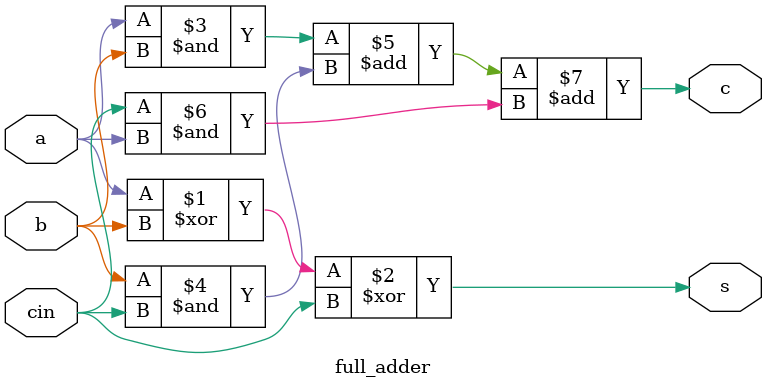
<source format=v>
`timescale 1ns / 1ps


module full_adder(s,c,a,b,cin);
input a,b,cin;
output s,c;

assign s=a^b^cin;
assign c=(a&b)+(b&cin)+(cin&a);
endmodule

</source>
